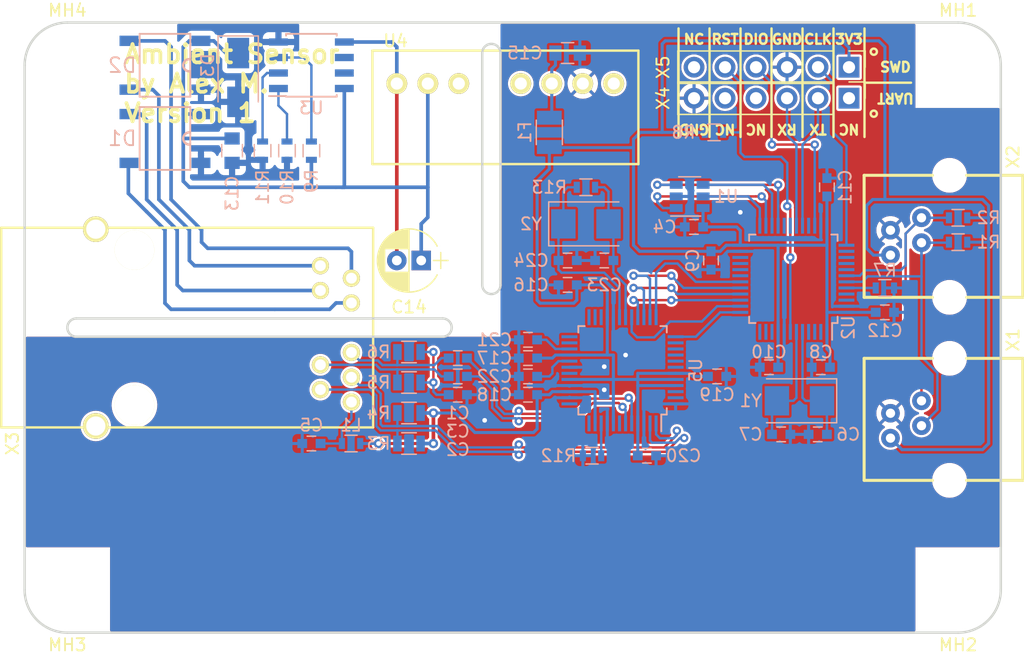
<source format=kicad_pcb>
(kicad_pcb (version 20221018) (generator pcbnew)
  (title_block (title "PoE Ambient Sensor") (date "2018-11-24") (rev "1") (company "Alex M."))
  (layers (0 "F.Cu" signal) (31 "B.Cu" signal) (34 "B.Paste" user) (35 "F.Paste" user) (36 "B.SilkS" user "B.Silkscreen") (37 "F.SilkS" user "F.Silkscreen") (38 "B.Mask" user) (39 "F.Mask" user) (44 "Edge.Cuts" user))
  (net 0 "")
  (net 1 "/W5500 Ethernet Interface/RXIN")
  (net 2 "GND")
  (net 3 "Net-(C2-Pad1)")
  (net 4 "/W5500 Ethernet Interface/RXIP")
  (net 5 "+3V3")
  (net 6 "Net-(C5-Pad1)")
  (net 7 "Net-(C6-Pad1)")
  (net 8 "Net-(C7-Pad1)")
  (net 9 "/PoE PD Interface/P")
  (net 10 "/PoE PD Interface/N")
  (net 11 "/PoE PD Interface/3.3V")
  (net 12 "/W5500 Ethernet Interface/1V2O")
  (net 13 "/W5500 Ethernet Interface/XCAP")
  (net 14 "/W5500 Ethernet Interface/XO")
  (net 15 "/W5500 Ethernet Interface/XI")
  (net 16 "/PoE PD Interface/VC12")
  (net 17 "/PoE PD Interface/VC36")
  (net 18 "/PoE PD Interface/VC45")
  (net 19 "/PoE PD Interface/VC78")
  (net 20 "I2C1_SDA")
  (net 21 "I2C1_SCL")
  (net 22 "/W5500 Ethernet Interface/TXOP")
  (net 23 "/W5500 Ethernet Interface/TXON")
  (net 24 "Net-(R7-Pad2)")
  (net 25 "NRST")
  (net 26 "Net-(R9-Pad1)")
  (net 27 "Net-(R10-Pad2)")
  (net 28 "Net-(R11-Pad2)")
  (net 29 "/W5500 Ethernet Interface/XRES")
  (net 30 "SPI1_MISO")
  (net 31 "SP1_MOSI")
  (net 32 "SPI1_SCK")
  (net 33 "Net-(C14-Pad2)")
  (net 34 "WIZ_RST")
  (net 35 "USART1_TX")
  (net 36 "USART1_RX")
  (net 37 "SYS_SWDIO")
  (net 38 "SYS_SWCLK")
  (net 39 "/CRXIN")
  (net 40 "/CRXIP")
  (net 41 "SPI2_NSS")
  (net 42 "SPI2_MISO")
  (net 43 "SPI2_MOSI")
  (net 44 "SPI2_SCK")
  (net 45 "WIZ_INT")
  (net 46 "SPI1_NSS")
  (footprint "Mounting_Holes:MountingHole_3.2mm_M3" (layer "F.Cu") (at 171.5 73.5)
    (fp_text reference "MH1")
    (fp_text value "MountingHole")
  )
  (footprint "Mounting_Holes:MountingHole_3.2mm_M3" (layer "F.Cu") (at 171.5 116.5 180)
    (fp_text reference "MH2")
    (fp_text value "MountingHole")
  )
  (footprint "Mounting_Holes:MountingHole_3.2mm_M3" (layer "F.Cu") (at 98.5 73.5)
    (fp_text reference "MH4")
    (fp_text value "MountingHole")
  )
  (footprint "Pin_Headers:Pin_Header_Straight_1x06_Pitch2.54mm" (layer "F.Cu") (at 162.56 76.2 -90)
    (fp_text reference "X4")
    (fp_text value "USART")
  )
  (footprint "Pin_Headers:Pin_Header_Straight_1x06_Pitch2.54mm" (layer "F.Cu") (at 162.56 73.66 -90)
    (fp_text reference "X5")
    (fp_text value "JTAG")
  )
  (footprint "Capacitors_THT:CP_Radial_D5.0mm_P2.00mm" (layer "F.Cu") (at 127.5 89.5 180)
    (fp_text reference "C14")
    (fp_text value "22u")
  )
  (footprint "AlexComponents:0813-1X1T-57-F_RJ45-Jack" (layer "F.Cu") (at 104 95 90)
    (fp_text reference "X3")
    (fp_text value "0813-1X1T-57-F")
  )
  (footprint "Mounting_Holes:MountingHole_3.2mm_M3" (layer "F.Cu") (at 98.5 116.5 180)
    (fp_text reference "MH3")
    (fp_text value "MountingHole")
  )
  (footprint "AlexComponents:E5544-60LU22-L" (layer "F.Cu") (at 168.5 101 90)
    (fp_text reference "X1")
    (fp_text value "4P4C")
  )
  (footprint "AlexComponents:E5544-60LU22-L" (layer "F.Cu") (at 168.5 86 90)
    (fp_text reference "X2")
    (fp_text value "4P4C")
  )
  (footprint "AlexComponents:PG02S" (layer "F.Cu") (at 125.5 75)
    (fp_text reference "U4")
    (fp_text value "PG02S4803A")
  )
  (footprint "Capacitors_SMD:C_0603" (layer "B.Cu") (at 130.5 97.5 180)
    (fp_text reference "C1")
    (fp_text value "10n")
  )
  (footprint "Capacitors_SMD:C_0603" (layer "B.Cu") (at 130.5 99 180)
    (fp_text reference "C3")
    (fp_text value "10n")
  )
  (footprint "Capacitors_SMD:C_0603" (layer "B.Cu") (at 118.5 104.5 180)
    (fp_text reference "C5")
    (fp_text value "100n")
  )
  (footprint "Capacitors_SMD:C_0603" (layer "B.Cu") (at 160 103.75 180)
    (fp_text reference "C6")
    (fp_text value "18p")
  )
  (footprint "Capacitors_SMD:C_0603" (layer "B.Cu") (at 157 103.75)
    (fp_text reference "C7")
    (fp_text value "18p")
  )
  (footprint "Capacitors_SMD:C_0603" (layer "B.Cu") (at 160.25 98.25 180)
    (fp_text reference "C8")
    (fp_text value "100n")
  )
  (footprint "Capacitors_SMD:C_0603" (layer "B.Cu") (at 151.25 89.5 -90)
    (fp_text reference "C9")
    (fp_text value "100n")
  )
  (footprint "Capacitors_SMD:C_0603" (layer "B.Cu") (at 156 98.25 180)
    (fp_text reference "C10")
    (fp_text value "100n")
  )
  (footprint "Capacitors_SMD:C_0603" (layer "B.Cu") (at 160.75 83.5 90)
    (fp_text reference "C11")
    (fp_text value "100n")
  )
  (footprint "Capacitors_SMD:C_0603" (layer "B.Cu") (at 165.5 93.75)
    (fp_text reference "C12")
    (fp_text value "100n")
  )
  (footprint "Capacitors_SMD:C_0805" (layer "B.Cu") (at 112 80.5 -90)
    (fp_text reference "C13")
    (fp_text value "100n")
  )
  (footprint "Capacitors_SMD:C_0805" (layer "B.Cu") (at 139.5 72.5)
    (fp_text reference "C15")
    (fp_text value "10u")
  )
  (footprint "Capacitors_SMD:C_0603" (layer "B.Cu") (at 139.5 91.5 180)
    (fp_text reference "C16")
    (fp_text value "100n")
  )
  (footprint "Capacitors_SMD:C_0603" (layer "B.Cu") (at 136.25 97.5 180)
    (fp_text reference "C17")
    (fp_text value "100n")
  )
  (footprint "Capacitors_SMD:C_0603" (layer "B.Cu") (at 136.25 100.5 180)
    (fp_text reference "C18")
    (fp_text value "100n")
  )
  (footprint "Capacitors_SMD:C_0603" (layer "B.Cu") (at 151.75 99)
    (fp_text reference "C19")
    (fp_text value "100n")
  )
  (footprint "Capacitors_SMD:C_0603" (layer "B.Cu") (at 146 105.5)
    (fp_text reference "C20")
    (fp_text value "100n")
  )
  (footprint "Capacitors_SMD:C_0603" (layer "B.Cu") (at 136.25 96 180)
    (fp_text reference "C21")
    (fp_text value "10n")
  )
  (footprint "Capacitors_SMD:C_0603" (layer "B.Cu") (at 136.25 99 180)
    (fp_text reference "C22")
    (fp_text value "4.7u")
  )
  (footprint "Capacitors_SMD:C_0603" (layer "B.Cu") (at 142.5 89.5 180)
    (fp_text reference "C23")
    (fp_text value "18p")
  )
  (footprint "Capacitors_SMD:C_0603" (layer "B.Cu") (at 139.5 89.5)
    (fp_text reference "C24")
    (fp_text value "18p")
  )
  (footprint "AlexComponents:Micro-DIP-4" (layer "B.Cu") (at 106.5 79.5 -90)
    (fp_text reference "D1")
    (fp_text value "MDB6S")
  )
  (footprint "AlexComponents:Micro-DIP-4" (layer "B.Cu") (at 106.5 73.5 -90)
    (fp_text reference "D2")
    (fp_text value "MDB6S")
  )
  (footprint "Diodes_SMD:D_SMA" (layer "B.Cu") (at 112.5 74.5 -90)
    (fp_text reference "D3")
    (fp_text value "SMAJ58A")
  )
  (footprint "Fuse_Holders_and_Fuses:Fuse_SMD1206_Reflow" (layer "B.Cu") (at 138 79 -90)
    (fp_text reference "F1")
    (fp_text value "500m")
  )
  (footprint "Inductors_SMD:L_0603" (layer "B.Cu") (at 121.75 104.5 180)
    (fp_text reference "L1")
    (fp_text value "1u")
  )
  (footprint "Resistors_SMD:R_0603" (layer "B.Cu") (at 171.5 88 180)
    (fp_text reference "R1")
    (fp_text value "4.7k")
  )
  (footprint "Resistors_SMD:R_0603" (layer "B.Cu") (at 171.5 86 180)
    (fp_text reference "R2")
    (fp_text value "4.7k")
  )
  (footprint "Resistors_SMD:R_0805" (layer "B.Cu") (at 126.5 104.5 180)
    (fp_text reference "R3")
    (fp_text value "49.9")
  )
  (footprint "Resistors_SMD:R_0805" (layer "B.Cu") (at 126.5 102 180)
    (fp_text reference "R4")
    (fp_text value "49.9")
  )
  (footprint "Resistors_SMD:R_0805" (layer "B.Cu") (at 126.5 99.5 180)
    (fp_text reference "R5")
    (fp_text value "49.9")
  )
  (footprint "Resistors_SMD:R_0805" (layer "B.Cu") (at 126.5 97 180)
    (fp_text reference "R6")
    (fp_text value "49.9")
  )
  (footprint "Resistors_SMD:R_0603" (layer "B.Cu") (at 165.5 91.75 180)
    (fp_text reference "R7")
    (fp_text value "4.7k")
  )
  (footprint "Resistors_SMD:R_0603" (layer "B.Cu") (at 151.5 79)
    (fp_text reference "R8")
    (fp_text value "4.7k")
  )
  (footprint "Resistors_SMD:R_0603" (layer "B.Cu") (at 118.5 80.5 -90)
    (fp_text reference "R9")
    (fp_text value "24.9k")
  )
  (footprint "Resistors_SMD:R_0603" (layer "B.Cu") (at 116.5 80.5 90)
    (fp_text reference "R10")
    (fp_text value "178k")
  )
  (footprint "Resistors_SMD:R_0603" (layer "B.Cu") (at 114.5 80.5 90)
    (fp_text reference "R11")
    (fp_text value "4420")
  )
  (footprint "Resistors_SMD:R_0603" (layer "B.Cu") (at 141.5 105.5 180)
    (fp_text reference "R12")
    (fp_text value "12.4k")
  )
  (footprint "Resistors_SMD:R_0603" (layer "B.Cu") (at 141 83.5)
    (fp_text reference "R13")
    (fp_text value "1M")
  )
  (footprint "Housings_SOIC:SOIC-8_3.9x4.9mm_Pitch1.27mm" (layer "B.Cu") (at 118.5 73.5)
    (fp_text reference "U3")
    (fp_text value "NCP1090")
  )
  (footprint "Crystals:Crystal_SMD_5032-2pin_5.0x3.2mm" (layer "B.Cu") (at 158.5 101 180)
    (fp_text reference "Y1")
    (fp_text value "8M")
  )
  (footprint "Crystals:Crystal_SMD_5032-2pin_5.0x3.2mm" (layer "B.Cu") (at 141 86.5)
    (fp_text reference "Y2")
    (fp_text value "25MHz")
  )
  (footprint "Housings_QFP:LQFP-48_7x7mm_Pitch0.5mm" (layer "B.Cu") (at 158 91 90)
    (fp_text reference "U2")
    (fp_text value "STM32F070CBTx")
  )
  (footprint "Capacitors_SMD:C_0603" (layer "B.Cu") (at 130.5 100.5)
    (fp_text reference "C2")
    (fp_text value "100n")
  )
  (footprint "Housings_QFP:LQFP-48_7x7mm_Pitch0.5mm" (layer "B.Cu") (at 144 98.5 90)
    (fp_text reference "U5")
    (fp_text value "W5500")
  )
  (footprint "TO_SOT_Packages_SMD:SOT-23-6" (layer "B.Cu") (at 149.5 84.25)
    (fp_text reference "U1")
    (fp_text value "25AA02E48T-I_OT")
  )
  (footprint "Capacitors_SMD:C_0603" (layer "B.Cu") (at 149.85 86.75 180)
    (fp_text reference "C4")
    (fp_text value "100n")
  )
  (gr_line (start 163.83 79.375) (end 163.83 70.485) (stroke (width 0.2)) (layer "F.SilkS"))
  (gr_line (start 153.67 79.375) (end 153.67 70.485) (stroke (width 0.2)) (layer "F.SilkS"))
  (gr_circle (center 164.592 72.39) (end 164.846 72.39) (stroke (width 0.2)) (fill none) (layer "F.SilkS"))
  (gr_circle (center 164.592 77.47) (end 164.846 77.47) (stroke (width 0.2)) (fill none) (layer "F.SilkS"))
  (gr_line (start 151.13 79.375) (end 151.13 70.485) (stroke (width 0.2)) (layer "F.SilkS"))
  (gr_line (start 156.21 79.375) (end 156.21 70.485) (stroke (width 0.2)) (layer "F.SilkS"))
  (gr_line (start 163.83 74.93) (end 167.64 74.93) (stroke (width 0.2)) (layer "F.SilkS"))
  (gr_line (start 158.75 79.375) (end 158.75 70.485) (stroke (width 0.2)) (layer "F.SilkS"))
  (gr_line (start 161.29 79.375) (end 161.29 70.485) (stroke (width 0.2)) (layer "F.SilkS"))
  (gr_line (start 148.59 70.485) (end 148.59 79.375) (stroke (width 0.2)) (layer "F.SilkS"))
  (gr_arc (start 129.25 94.25) (mid 130 95) (end 129.25 95.75) (stroke (width 0.2)) (layer "Edge.Cuts"))
  (gr_line (start 95 73.5) (end 95 116.5) (stroke (width 0.2)) (layer "Edge.Cuts"))
  (gr_line (start 132.5 91.5) (end 132.5 72.5) (stroke (width 0.2)) (layer "Edge.Cuts"))
  (gr_arc (start 132.5 72.5) (mid 133.25 71.75) (end 134 72.5) (stroke (width 0.2)) (layer "Edge.Cuts"))
  (gr_arc (start 175 116.5) (mid 173.974874 118.974874) (end 171.5 120) (stroke (width 0.2)) (layer "Edge.Cuts"))
  (gr_arc (start 134 91.5) (mid 133.25 92.25) (end 132.5 91.5) (stroke (width 0.2)) (layer "Edge.Cuts"))
  (gr_line (start 175 116.5) (end 175 73.5) (stroke (width 0.2)) (layer "Edge.Cuts"))
  (gr_arc (start 98.5 120) (mid 96.025126 118.974874) (end 95 116.5) (stroke (width 0.2)) (layer "Edge.Cuts"))
  (gr_line (start 129.25 94.25) (end 99.25 94.25) (stroke (width 0.2)) (layer "Edge.Cuts"))
  (gr_line (start 171.5 70) (end 98.5 70) (stroke (width 0.2)) (layer "Edge.Cuts"))
  (gr_line (start 99.25 95.75) (end 129.25 95.75) (stroke (width 0.2)) (layer "Edge.Cuts"))
  (gr_arc (start 99.25 95.75) (mid 98.5 95) (end 99.25 94.25) (stroke (width 0.2)) (layer "Edge.Cuts"))
  (gr_line (start 134 72.5) (end 134 91.5) (stroke (width 0.2)) (layer "Edge.Cuts"))
  (gr_arc (start 95 73.5) (mid 96.025126 71.025126) (end 98.5 70) (stroke (width 0.2)) (layer "Edge.Cuts"))
  (gr_arc (start 171.5 70) (mid 173.974874 71.025126) (end 175 73.5) (stroke (width 0.2)) (layer "Edge.Cuts"))
  (gr_line (start 98.5 120) (end 171.5 120) (stroke (width 0.2)) (layer "Edge.Cuts"))
  (gr_text "SWD" (at 166.37 73.66) (layer "F.SilkS") (effects (font (size 0.8 0.8) (thickness 0.2))))
  (gr_text "UART" (at 166.37 76.2 180) (layer "F.SilkS") (effects (font (size 0.8 0.8) (thickness 0.2))))
  (gr_text "RST" (at 152.4 71.374) (layer "F.SilkS") (effects (font (size 0.8 0.8) (thickness 0.2))))
  (gr_text "DIO" (at 154.94 71.374) (layer "F.SilkS") (effects (font (size 0.8 0.8) (thickness 0.2))))
  (gr_text "NC" (at 154.94 78.74 180) (layer "F.SilkS") (effects (font (size 0.8 0.8) (thickness 0.2))))
  (gr_text "GND" (at 149.86 78.74 180) (layer "F.SilkS") (effects (font (size 0.8 0.8) (thickness 0.2))))
  (gr_text "NC" (at 162.56 78.74 180) (layer "F.SilkS") (effects (font (size 0.8 0.8) (thickness 0.2))))
  (gr_text "Ambient Sensor\nby Alex M.\nVersion 1\n" (at 103 75) (layer "F.SilkS") (effects (font (size 1.5 1.5) (thickness 0.3)) (justify left)))
  (gr_text "RX" (at 157.48 78.74 180) (layer "F.SilkS") (effects (font (size 0.8 0.8) (thickness 0.2))))
  (gr_text "NC" (at 149.86 71.374) (layer "F.SilkS") (effects (font (size 0.8 0.8) (thickness 0.2))))
  (gr_text "TX" (at 160.02 78.74 180) (layer "F.SilkS") (effects (font (size 0.8 0.8) (thickness 0.2))))
  (gr_text "3V3" (at 162.56 71.374) (layer "F.SilkS") (effects (font (size 0.8 0.8) (thickness 0.2))))
  (gr_text "CLK" (at 160.02 71.374) (layer "F.SilkS") (effects (font (size 0.8 0.8) (thickness 0.2))))
  (gr_text "NC" (at 152.4 78.74 180) (layer "F.SilkS") (effects (font (size 0.8 0.8) (thickness 0.2))))
  (gr_text "GND" (at 157.48 71.374) (layer "F.SilkS") (effects (font (size 0.8 0.8) (thickness 0.2))))
  (segment (start 144.43 100.82) (end 144.5 100.75) (width 0.2) (layer "F.Cu") (net 1))
  (segment (start 135.5 101.8271) (end 135.7429 102.07) (width 0.2) (layer "F.Cu") (net 1))
  (segment (start 135.7429 102.07) (end 140.17544 102.07) (width 0.2) (layer "F.Cu") (net 1))
  (segment (start 143 100.82) (end 144.43 100.82) (width 0.2) (layer "F.Cu") (net 1))
  (segment (start 141.42544 100.82) (end 143 100.82) (width 0.2) (layer "F.Cu") (net 1))
  (segment (start 140.17544 102.07) (end 141.42544 100.82) (width 0.2) (layer "F.Cu") (net 1))
  (via (at 144.5 100.75) (size 0.6858) (drill 0.3302) (layers "F.Cu" "B.Cu") (net 1))
  (via (at 135.5 101.8271) (size 0.6858) (drill 0.3302) (layers "F.Cu" "B.Cu") (net 1))
  (segment (start 144.5 100.75) (end 144.75 101) (width 0.2) (layer "B.Cu") (net 1))
  (segment (start 144.75 102.85) (end 144.75 101) (width 0.2) (layer "B.Cu") (net 1))
  (segment (start 133.68 99.93) (end 133.68 101.42544) (width 0.2) (layer "B.Cu") (net 1))
  (segment (start 133.68 101.42544) (end 134.32456 102.07) (width 0.2) (layer "B.Cu") (net 1))
  (segment (start 133.68 99.93) (end 131.25 97.5) (width 0.2) (layer "B.Cu") (net 1))
  (segment (start 134.32456 102.07) (end 135.2571 102.07) (width 0.2) (layer "B.Cu") (net 1))
  (segment (start 135.2571 102.07) (end 135.5 101.8271) (width 0.2) (layer "B.Cu") (net 1))
  (via (at 142.5 100.1) (size 0.762) (drill 0.381) (layers "F.Cu" "B.Cu") (net 2))
  (via (at 153.65 85.55) (size 0.762) (drill 0.381) (layers "F.Cu" "B.Cu") (net 2))
  (via (at 142.5 98.2) (size 0.762) (drill 0.381) (layers "F.Cu" "B.Cu") (net 2))
  (via (at 132.7 102.6) (size 0.762) (drill 0.381) (layers "F.Cu" "B.Cu") (net 2))
  (via (at 144.25 97.25) (size 0.762) (drill 0.381) (layers "F.Cu" "B.Cu") (net 2))
  (segment (start 143.25 96.25) (end 144.25 97.25) (width 0.25) (layer "B.Cu") (net 2))
  (segment (start 152.622268 88.75) (end 152.436134 88.936134) (width 0.25) (layer "B.Cu") (net 2))
  (segment (start 131.25 100.5) (end 131.275 100.5) (width 0.25) (layer "B.Cu") (net 2))
  (segment (start 143.25 94.15) (end 143.25 96.25) (width 0.25) (layer "B.Cu") (net 2))
  (segment (start 131.275 100.5) (end 131.375 100.6) (width 0.25) (layer "B.Cu") (net 2))
  (segment (start 153.65 88.75) (end 152.622268 88.75) (width 0.25) (layer "B.Cu") (net 2))
  (segment (start 128.5 99.5) (end 128.5 97) (width 0.2) (layer "F.Cu") (net 3))
  (via (at 128.5 99.5) (size 0.6858) (drill 0.3302) (layers "F.Cu" "B.Cu") (net 3))
  (via (at 128.5 97) (size 0.6858) (drill 0.3302) (layers "F.Cu" "B.Cu") (net 3))
  (segment (start 128.5 97) (end 127.45 97) (width 0.2) (layer "B.Cu") (net 3))
  (segment (start 128.75 100.5) (end 128.5 100.25) (width 0.2) (layer "B.Cu") (net 3))
  (segment (start 128.5 100.25) (end 128.5 99.5) (width 0.2) (layer "B.Cu") (net 3))
  (segment (start 127.45 99.5) (end 128.25 99.5) (width 0.2) (layer "B.Cu") (net 3))
  (segment (start 129.75 100.5) (end 128.75 100.5) (width 0.2) (layer "B.Cu") (net 3))
  (segment (start 128.25 99.5) (end 128.5 99.5) (width 0.2) (layer "B.Cu") (net 3))
  (segment (start 143.68 101.18) (end 144 101.5) (width 0.2) (layer "F.Cu") (net 4))
  (segment (start 143 101.18) (end 143.68 101.18) (width 0.2) (layer "F.Cu") (net 4))
  (segment (start 135.5 102.6729) (end 135.7429 102.43) (width 0.2) (layer "F.Cu") (net 4))
  (segment (start 135.7429 102.43) (end 140.32456 102.43) (width 0.2) (layer "F.Cu") (net 4))
  (segment (start 141.57456 101.18) (end 143 101.18) (width 0.2) (layer "F.Cu") (net 4))
  (segment (start 140.32456 102.43) (end 141.57456 101.18) (width 0.2) (layer "F.Cu") (net 4))
  (via (at 135.5 102.6729) (size 0.6858) (drill 0.3302) (layers "F.Cu" "B.Cu") (net 4))
  (via (at 144 101.5) (size 0.6858) (drill 0.3302) (layers "F.Cu" "B.Cu") (net 4))
  (segment (start 144 101.5) (end 144.25 101.75) (width 0.2) (layer "B.Cu") (net 4))
  (segment (start 144.25 102.85) (end 144.25 101.75) (width 0.2) (layer "B.Cu") (net 4))
  (segment (start 132.240883 99) (end 133.32 100.079117) (width 0.2) (layer "B.Cu") (net 4))
  (segment (start 134.17544 102.43) (end 135.2571 102.43) (width 0.2) (layer "B.Cu") (net 4))
  (segment (start 133.32 100.079117) (end 133.32 101.57456) (width 0.2) (layer "B.Cu") (net 4))
  (segment (start 135.2571 102.43) (end 135.5 102.6729) (width 0.2) (layer "B.Cu") (net 4))
  (segment (start 132.240883 99) (end 131.25 99) (width 0.2) (layer "B.Cu") (net 4))
  (segment (start 133.32 101.57456) (end 134.17544 102.43) (width 0.2) (layer "B.Cu") (net 4))
  (segment (start 128.5 102) (end 128.5 104.5) (width 0.3) (layer "F.Cu") (net 5))
  (segment (start 124 104.5) (end 128.5 104.5) (width 0.25) (layer "F.Cu") (net 5))
  (via (at 128.5 102) (size 0.762) (drill 0.381) (layers "F.Cu" "B.Cu") (net 5))
  (via (at 128.5 104.5) (size 0.762) (drill 0.381) (layers "F.Cu" "B.Cu") (net 5))
  (via (at 124 104.5) (size 0.762) (drill 0.381) (layers "F.Cu" "B.Cu") (net 5))
  (segment (start 128.5 104.5) (end 127.45 104.5) (width 0.3) (layer "B.Cu") (net 5))
  (segment (start 138.5 97.25) (end 138.25 97.5) (width 0.25) (layer "B.Cu") (net 5))
  (segment (start 138.25 97.5) (end 137 97.5) (width 0.25) (layer "B.Cu") (net 5))
  (segment (start 138.25 100.25) (end 138 100.5) (width 0.25) (layer "B.Cu") (net 5))
  (segment (start 138 100.5) (end 137 100.5) (width 0.25) (layer "B.Cu") (net 5))
  (segment (start 142.75 97.25) (end 141.75 97.25) (width 0.25) (layer "B.Cu") (net 5))
  (segment (start 141.75 97.25) (end 141 97.25) (width 0.25) (layer "B.Cu") (net 5))
  (segment (start 145.25 99.75) (end 145.25 100.25) (width 0.25) (layer "B.Cu") (net 5))
  (segment (start 145.25 98.75) (end 145.25 99.25) (width 0.25) (layer "B.Cu") (net 5))
  (segment (start 145.25 99.25) (end 145.25 99.75) (width 0.25) (layer "B.Cu") (net 5))
  (segment (start 143.25 97.25) (end 142.75 97.25) (width 0.25) (layer "B.Cu") (net 5))
  (segment (start 142.75 92) (end 142.25 91.5) (width 0.25) (layer "B.Cu") (net 5))
  (segment (start 142.25 91.5) (end 140.25 91.5) (width 0.25) (layer "B.Cu") (net 5))
  (segment (start 149.5 98.75) (end 149.75 99) (width 0.25) (layer "B.Cu") (net 5))
  (segment (start 149.75 99) (end 151 99) (width 0.25) (layer "B.Cu") (net 5))
  (segment (start 162.56 72.06) (end 162 71.5) (width 0.25) (layer "B.Cu") (net 5))
  (segment (start 147.25 71.75) (end 147.5 71.5) (width 0.25) (layer "B.Cu") (net 5))
  (segment (start 147.5 71.5) (end 162 71.5) (width 0.25) (layer "B.Cu") (net 5))
  (segment (start 138.95 80.2) (end 139 80.25) (width 0.25) (layer "B.Cu") (net 5))
  (segment (start 140.25 92.75) (end 140 93) (width 0.25) (layer "B.Cu") (net 5))
  (segment (start 140 93) (end 137.25 93) (width 0.25) (layer "B.Cu") (net 5))
  (segment (start 137.25 93) (end 137 92.75) (width 0.25) (layer "B.Cu") (net 5))
  (segment (start 137 92.75) (end 137 83) (width 0.25) (layer "B.Cu") (net 5))
  (segment (start 137 83) (end 138 82) (width 0.25) (layer "B.Cu") (net 5))
  (segment (start 138 82) (end 138 80.2) (width 0.25) (layer "B.Cu") (net 5))
  (segment (start 160.75 88.25) (end 160.75 86.65) (width 0.25) (layer "B.Cu") (net 5))
  (segment (start 160.75 93.75) (end 160.75 95.35) (width 0.25) (layer "B.Cu") (net 5))
  (segment (start 156.75 88.25) (end 160.75 88.25) (width 0.25) (layer "B.Cu") (net 5))
  (segment (start 152.5 88.25) (end 152 88.75) (width 0.25) (layer "B.Cu") (net 5))
  (segment (start 152 88.75) (end 151.25 88.75) (width 0.25) (layer "B.Cu") (net 5))
  (segment (start 160.75 96.75) (end 161 97) (width 0.25) (layer "B.Cu") (net 5))
  (segment (start 161 97) (end 161 98.25) (width 0.25) (layer "B.Cu") (net 5))
  (segment (start 143.25 99.25) (end 143.25 98.75) (width 0.25) (layer "B.Cu") (net 5))
  (segment (start 150.6 85.2) (end 150.6 86.75) (width 0.25) (layer "B.Cu") (net 5))
  (segment (start 142.75 94.15) (end 142.75 97.25) (width 0.25) (layer "B.Cu") (net 5))
  (segment (start 153.65 87.05) (end 153.65 88.25) (width 0.25) (layer "B.Cu") (net 5))
  (segment (start 139.65 99.25) (end 141.75 99.25) (width 0.25) (layer "B.Cu") (net 5))
  (segment (start 147.25 71.75) (end 147.25 79) (width 0.25) (layer "B.Cu") (net 5))
  (segment (start 141 97.25) (end 139.65 97.25) (width 0.25) (layer "B.Cu") (net 5))
  (segment (start 160.75 93.75) (end 160.75 88.25) (width 0.25) (layer "B.Cu") (net 5))
  (segment (start 164.56 89.06) (end 165.96 89.06) (width 0.25) (layer "B.Cu") (net 5))
  (segment (start 148.35 99.25) (end 145.25 99.25) (width 0.25) (layer "B.Cu") (net 5))
  (segment (start 137 103.3) (end 136.7 103.6) (width 0.25) (layer "B.Cu") (net 5))
  (segment (start 166.9 105) (end 165.96 104.06) (width 0.25) (layer "B.Cu") (net 5))
  (segment (start 165.5 82) (end 165.5 84.5) (width 0.25) (layer "B.Cu") (net 5))
  (segment (start 145.4 88.75) (end 144.9 88.25) (width 0.25) (layer "B.Cu") (net 5))
  (segment (start 148.35 98.75) (end 145.25 98.75) (width 0.25) (layer "B.Cu") (net 5))
  (segment (start 173.5 84.5) (end 174 85) (width 0.25) (layer "B.Cu") (net 5))
  (segment (start 165.5 84.5) (end 173.5 84.5) (width 0.25) (layer "B.Cu") (net 5))
  (segment (start 139.65 100.25) (end 141.75 100.25) (width 0.25) (layer "B.Cu") (net 5))
  (segment (start 140.25 91.5) (end 140.25 92.75) (width 0.25) (layer "B.Cu") (net 5))
  (segment (start 164 88.5) (end 164.56 89.06) (width 0.25) (layer "B.Cu") (net 5))
  (segment (start 138 80.2) (end 138.95 80.2) (width 0.25) (layer "B.Cu") (net 5))
  (segment (start 172.25 86) (end 174 86) (width 0.25) (layer "B.Cu") (net 5))
  (segment (start 174 104.5) (end 173.5 105) (width 0.25) (layer "B.Cu") (net 5))
  (segment (start 145.25 102.85) (end 145.25 105.5) (width 0.25) (layer "B.Cu") (net 5))
  (segment (start 153.65 88.25) (end 156.75 88.25) (width 0.25) (layer "B.Cu") (net 5))
  (segment (start 137 100.5) (end 137 103.3) (width 0.25) (layer "B.Cu") (net 5))
  (segment (start 143.25 98.75) (end 143.25 97.25) (width 0.25) (layer "B.Cu") (net 5))
  (segment (start 136.7 103.6) (end 131.9 103.6) (width 0.25) (layer "B.Cu") (net 5))
  (segment (start 162 71.5) (end 165 71.5) (width 0.25) (layer "B.Cu") (net 5))
  (segment (start 173.5 105) (end 166.9 105) (width 0.25) (layer "B.Cu") (net 5))
  (segment (start 144.9 83.126306) (end 144.9 80.25) (width 0.25) (layer "B.Cu") (net 5))
  (segment (start 127.45 102) (end 128.5 102) (width 0.3) (layer "B.Cu") (net 5))
  (segment (start 142.75 94.15) (end 142.75 92) (width 0.25) (layer "B.Cu") (net 5))
  (segment (start 139.65 100.25) (end 138.25 100.25) (width 0.25) (layer "B.Cu") (net 5))
  (segment (start 122.5 104.5) (end 124 104.5) (width 0.25) (layer "B.Cu") (net 5))
  (segment (start 148.35 98.75) (end 149.5 98.75) (width 0.25) (layer "B.Cu") (net 5))
  (segment (start 150.6 86.75) (end 153.35 86.75) (width 0.25) (layer "B.Cu") (net 5))
  (segment (start 174 85) (end 174 86) (width 0.25) (layer "B.Cu") (net 5))
  (segment (start 131.9 103.6) (end 130.3 102) (width 0.25) (layer "B.Cu") (net 5))
  (segment (start 141.75 99.25) (end 143.25 99.25) (width 0.25) (layer "B.Cu") (net 5))
  (segment (start 145.45 79) (end 144.9 79.55) (width 0.25) (layer "B.Cu") (net 5))
  (segment (start 150.25 79) (end 147.25 79) (width 0.25) (layer "B.Cu") (net 5))
  (segment (start 153.35 86.75) (end 153.65 87.05) (width 0.25) (layer "B.Cu") (net 5))
  (segment (start 141.75 101.2) (end 143.25 101.2) (width 0.25) (layer "B.Cu") (net 5))
  (segment (start 151.25 88.75) (end 149.45 88.75) (width 0.25) (layer "B.Cu") (net 5))
  (segment (start 174 88) (end 174 104.5) (width 0.25) (layer "B.Cu") (net 5))
  (segment (start 145.25 99.25) (end 143.25 99.25) (width 0.25) (layer "B.Cu") (net 5))
  (segment (start 143.25 100.25) (end 143.25 99.25) (width 0.25) (layer "B.Cu") (net 5))
  (segment (start 130.3 102) (end 128.5 102) (width 0.25) (layer "B.Cu") (net 5))
  (segment (start 174 86) (end 174 88) (width 0.25) (layer "B.Cu") (net 5))
  (segment (start 164.5 84.5) (end 164 85) (width 0.25) (layer "B.Cu") (net 5))
  (segment (start 172.25 88) (end 174 88) (width 0.25) (layer "B.Cu") (net 5))
  (segment (start 144.9 88.25) (end 144.9 83.126306) (width 0.25) (layer "B.Cu") (net 5))
  (segment (start 144.9 79.55) (end 144.9 80.25) (width 0.25) (layer "B.Cu") (net 5))
  (segment (start 139 80.25) (end 144.9 80.25) (width 0.25) (layer "B.Cu") (net 5))
  (segment (start 143.25 101.2) (end 143.25 100.25) (width 0.25) (layer "B.Cu") (net 5))
  (segment (start 156.75 95.35) (end 156.75 88.25) (width 0.25) (layer "B.Cu") (net 5))
  (segment (start 149.45 88.75) (end 145.4 88.75) (width 0.25) (layer "B.Cu") (net 5))
  (segment (start 150.75 79) (end 150.25 79) (width 0.25) (layer "B.Cu") (net 5))
  (segment (start 143.25 102.85) (end 143.25 101.2) (width 0.25) (layer "B.Cu") (net 5))
  (segment (start 165.5 84.5) (end 164.5 84.5) (width 0.25) (layer "B.Cu") (net 5))
  (segment (start 153.65 88.25) (end 152.5 88.25) (width 0.25) (layer "B.Cu") (net 5))
  (segment (start 165 71.5) (end 165.5 72) (width 0.25) (layer "B.Cu") (net 5))
  (segment (start 160.75 95.35) (end 160.75 96.75) (width 0.25) (layer "B.Cu") (net 5))
  (segment (start 141.75 102.85) (end 141.75 101.2) (width 0.25) (layer "B.Cu") (net 5))
  (segment (start 162.35 93.75) (end 164.75 93.75) (width 0.25) (layer "B.Cu") (net 5))
  (segment (start 139.65 97.25) (end 138.5 97.25) (width 0.25) (layer "B.Cu") (net 5))
  (segment (start 162.56 73.66) (end 162.56 72.06) (width 0.25) (layer "B.Cu") (net 5))
  (segment (start 145.25 102.85) (end 145.25 100.25) (width 0.25) (layer "B.Cu") (net 5))
  (segment (start 162.35 93.75) (end 160.75 93.75) (width 0.25) (layer "B.Cu") (net 5))
  (segment (start 156.75 95.35) (end 156.75 98.25) (width 0.25) (layer "B.Cu") (net 5))
  (segment (start 141.75 100.25) (end 141.75 101.2) (width 0.25) (layer "B.Cu") (net 5))
  (segment (start 165.5 72) (end 165.5 82) (width 0.25) (layer "B.Cu") (net 5))
  (segment (start 147.25 79) (end 145.45 79) (width 0.25) (layer "B.Cu") (net 5))
  (segment (start 148.35 99.75) (end 145.25 99.75) (width 0.25) (layer "B.Cu") (net 5))
  (segment (start 164 85) (end 164 88.5) (width 0.25) (layer "B.Cu") (net 5))
  (segment (start 160.75 86.65) (end 160.75 84.25) (width 0.25) (layer "B.Cu") (net 5))
  (segment (start 121 103.25) (end 121.78 102.47) (width 0.2) (layer "B.Cu") (net 6))
  (segment (start 121.78 102.47) (end 121.78 101.1) (width 0.2) (layer "B.Cu") (net 6))
  (segment (start 121 104.5) (end 119.25 104.5) (width 0.2) (layer "B.Cu") (net 6))
  (segment (start 121 104.5) (end 121 103.25) (width 0.2) (layer "B.Cu") (net 6))
  (segment (start 158.75 100.75) (end 159 101) (width 0.2) (layer "B.Cu") (net 7))
  (segment (start 159 101) (end 160.35 101) (width 0.2) (layer "B.Cu") (net 7))
  (segment (start 160.75 101.4) (end 160.35 101) (width 0.2) (layer "B.Cu") (net 7))
  (segment (start 158.75 95.35) (end 158.75 100.75) (width 0.2) (layer "B.Cu") (net 7))
  (segment (start 160.75 103.75) (end 160.75 101.4) (width 0.2) (layer "B.Cu") (net 7))
  (segment (start 158.25 100.75) (end 158 101) (width 0.2) (layer "B.Cu") (net 8))
  (segment (start 158 101) (end 156.65 101) (width 0.2) (layer "B.Cu") (net 8))
  (segment (start 156.25 101.4) (end 156.65 101) (width 0.2) (layer "B.Cu") (net 8))
  (segment (start 158.25 95.35) (end 158.25 100.75) (width 0.2) (layer "B.Cu") (net 8))
  (segment (start 156.25 103.75) (end 156.25 101.4) (width 0.2) (layer "B.Cu") (net 8))
  (segment (start 110.5 71.5) (end 111.5 72.5) (width 0.3) (layer "B.Cu") (net 9))
  (segment (start 111.5 72.5) (end 112.5 72.5) (width 0.3) (layer "B.Cu") (net 9))
  (segment (start 108 77) (end 108 72) (width 0.3) (layer "B.Cu") (net 9))
  (segment (start 108 72) (end 108.5 71.5) (width 0.3) (layer "B.Cu") (net 9))
  (segment (start 109.45 71.5) (end 108.5 71.5) (width 0.3) (layer "B.Cu") (net 9))
  (segment (start 108 79) (end 108 78) (width 0.3) (layer "B.Cu") (net 9))
  (segment (start 108 77.5) (end 108 77) (width 0.3) (layer "B.Cu") (net 9))
  (segment (start 108 83) (end 108.5 83.5) (width 0.3) (layer "B.Cu") (net 9))
  (segment (start 120.5 83.5) (end 118.5 83.5) (width 0.3) (layer "B.Cu") (net 9))
  (segment (start 118.5 83.5) (end 108.5 83.5) (width 0.3) (layer "B.Cu") (net 9))
  (segment (start 128.04 75) (end 128.04 82.96) (width 0.3) (layer "B.Cu") (net 9))
  (segment (start 108 79.5) (end 108 83) (width 0.3) (layer "B.Cu") (net 9))
  (segment (start 121.2 83.5) (end 121 83.5) (width 0.3) (layer "B.Cu") (net 9))
  (segment (start 121 83.5) (end 127.5 83.5) (width 0.3) (layer "B.Cu") (net 9))
  (segment (start 127.5 86.5) (end 128 86) (width 0.3) (layer "B.Cu") (net 9))
  (segment (start 128.04 85.96) (end 128 86) (width 0.3) (layer "B.Cu") (net 9))
  (segment (start 128.04 83.5) (end 128 83.5) (width 0.3) (layer "B.Cu") (net 9))
  (segment (start 128 83.5) (end 128.04 83.5) (width 0.3) (layer "B.Cu") (net 9))
  (segment (start 128.04 83.5) (end 128.04 85.96) (width 0.3) (layer "B.Cu") (net 9))
  (segment (start 118.5 81.25) (end 118.5 83.5) (width 0.3) (layer "B.Cu") (net 9))
  (segment (start 121.2 75.405) (end 121.2 83.5) (width 0.3) (layer "B.Cu") (net 9))
  (segment (start 127.5 83.5) (end 128.04 83.5) (width 0.3) (layer "B.Cu") (net 9))
  (segment (start 120.5 83.5) (end 121 83.5) (width 0.3) (layer "B.Cu") (net 9))
  (segment (start 108 77.5) (end 109.45 77.5) (width 0.3) (layer "B.Cu") (net 9))
  (segment (start 127.5 86.5) (end 127.5 89.5) (width 0.3) (layer "B.Cu") (net 9))
  (segment (start 108 78) (end 108 77.5) (width 0.3) (layer "B.Cu") (net 9))
  (segment (start 128.04 82.96) (end 128.04 83.5) (width 0.3) (layer "B.Cu") (net 9))
  (segment (start 112 79.5) (end 108 79.5) (width 0.3) (layer "B.Cu") (net 9))
  (segment (start 109.45 71.5) (end 110.5 71.5) (width 0.3) (layer "B.Cu") (net 9))
  (segment (start 108 79) (end 108 79.5) (width 0.3) (layer "B.Cu") (net 9))
  (segment (start 138.2 73.8) (end 138.5 73.5) (width 0.25) (layer "B.Cu") (net 11))
  (segment (start 138.5 73.5) (end 138.5 72.5) (width 0.25) (layer "B.Cu") (net 11))
  (segment (start 138.2 77.6) (end 138 77.8) (width 0.25) (layer "B.Cu") (net 11))
  (segment (start 138.2 75) (end 138.2 77.6) (width 0.25) (layer "B.Cu") (net 11))
  (segment (start 138.2 75) (end 138.2 73.8) (width 0.25) (layer "B.Cu") (net 11))
  (segment (start 138.5 96.75) (end 137.75 96) (width 0.2) (layer "B.Cu") (net 12))
  (segment (start 137.75 96) (end 137 96) (width 0.2) (layer "B.Cu") (net 12))
  (segment (start 139.65 96.75) (end 138.5 96.75) (width 0.2) (layer "B.Cu") (net 12))
  (segment (start 138.75 97.75) (end 138.25 98.25) (width 0.2) (layer "B.Cu") (net 13))
  (segment (start 138.25 98.25) (end 138.25 98.75) (width 0.2) (layer "B.Cu") (net 13))
  (segment (start 138.25 98.75) (end 138 99) (width 0.2) (layer "B.Cu") (net 13))
  (segment (start 138 99) (end 137 99) (width 0.2) (layer "B.Cu") (net 13))
  (segment (start 139.65 97.75) (end 138.75 97.75) (width 0.2) (layer "B.Cu") (net 13))
  (segment (start 144.25 91.5) (end 143.25 90.5) (width 0.2) (layer "B.Cu") (net 14))
  (segment (start 143.25 90.5) (end 143.25 89.5) (width 0.2) (layer "B.Cu") (net 14))
  (segment (start 143.25 86.9) (end 142.85 86.5) (width 0.2) (layer "B.Cu") (net 14))
  (segment (start 142.5 83.5) (end 142.85 83.85) (width 0.2) (layer "B.Cu") (net 14))
  (segment (start 142.85 83.85) (end 142.85 86.5) (width 0.2) (layer "B.Cu") (net 14))
  (segment (start 141.75 83.5) (end 142.5 83.5) (width 0.2) (layer "B.Cu") (net 14))
  (segment (start 143.25 89.5) (end 143.25 86.9) (width 0.2) (layer "B.Cu") (net 14))
  (segment (start 144.25 94.15) (end 144.25 91.5) (width 0.2) (layer "B.Cu") (net 14))
  (segment (start 138.75 90.25) (end 139 90.5) (width 0.2) (layer "B.Cu") (net 15))
  (segment (start 139 90.5) (end 141 90.5) (width 0.2) (layer "B.Cu") (net 15))
  (segment (start 142.5 90.5) (end 143.75 91.75) (width 0.2) (layer "B.Cu") (net 15))
  (segment (start 143.75 91.75) (end 143.75 94.15) (width 0.2) (layer "B.Cu") (net 15))
  (segment (start 138.75 86.9) (end 139.15 86.5) (width 0.2) (layer "B.Cu") (net 15))
  (segment (start 139.5 83.5) (end 139.15 83.85) (width 0.2) (layer "B.Cu") (net 15))
  (segment (start 139.15 83.85) (end 139.15 86.5) (width 0.2) (layer "B.Cu") (net 15))
  (segment (start 138.75 89.5) (end 138.75 86.9) (width 0.2) (layer "B.Cu") (net 15))
  (segment (start 140.25 83.5) (end 139.5 83.5) (width 0.2) (layer "B.Cu") (net 15))
  (segment (start 141 90.5) (end 142.5 90.5) (width 0.2) (layer "B.Cu") (net 15))
  (segment (start 138.75 89.5) (end 138.75 90.25) (width 0.2) (layer "B.Cu") (net 15))
  (segment (start 107.96 91.96) (end 107.5 91.5) (width 0.3) (layer "B.Cu") (net 16))
  (segment (start 107.5 91.5) (end 107.5 87) (width 0.3) (layer "B.Cu") (net 16))
  (segment (start 105 84.5) (end 105 78) (width 0.3) (layer "B.Cu") (net 16))
  (segment (start 105 78) (end 104.5 77.5) (width 0.3) (layer "B.Cu") (net 16))
  (segment (start 104.5 77.5) (end 103.55 77.5) (width 0.3) (layer "B.Cu") (net 16))
  (segment (start 119.24 91.96) (end 107.96 91.96) (width 0.3) (layer "B.Cu") (net 16))
  (segment (start 107.5 87) (end 105.5 85) (width 0.3) (layer "B.Cu") (net 16))
  (segment (start 105.5 85) (end 105 84.5) (width 0.3) (layer "B.Cu") (net 16))
  (segment (start 120.52 92.98) (end 120 93.5) (width 0.3) (layer "B.Cu") (net 17))
  (segment (start 120 93.5) (end 115.5 93.5) (width 0.3) (layer "B.Cu") (net 17))
  (segment (start 107 93.5) (end 106.5 93) (width 0.3) (layer "B.Cu") (net 17))
  (segment (start 106.5 93) (end 106.5 87) (width 0.3) (layer "B.Cu") (net 17))
  (segment (start 103.5 84) (end 103.5 81.55) (width 0.3) (layer "B.Cu") (net 17))
  (segment (start 103.5 81.55) (end 103.55 81.5) (width 0.3) (layer "B.Cu") (net 17))
  (segment (start 115.5 93.5) (end 107 93.5) (width 0.3) (layer "B.Cu") (net 17))
  (segment (start 106.5 87) (end 105 85.5) (width 0.3) (layer "B.Cu") (net 17))
  (segment (start 121.78 92.98) (end 120.52 92.98) (width 0.3) (layer "B.Cu") (net 17))
  (segment (start 105 85.5) (end 103.5 84) (width 0.3) (layer "B.Cu") (net 17))
  (segment (start 108.93 89.93) (end 108.5 89.5) (width 0.3) (layer "B.Cu") (net 18))
  (segment (start 108.5 89.5) (end 108.5 87) (width 0.3) (layer "B.Cu") (net 18))
  (segment (start 106 76) (end 105.5 75.5) (width 0.3) (layer "B.Cu") (net 18))
  (segment (start 105.5 75.5) (end 103.55 75.5) (width 0.3) (layer "B.Cu") (net 18))
  (segment (start 119.24 89.93) (end 108.93 89.93) (width 0.3) (layer "B.Cu") (net 18))
  (segment (start 108.5 87) (end 106 84.5) (width 0.3) (layer "B.Cu") (net 18))
  (segment (start 106 84.5) (end 106 76) (width 0.3) (layer "B.Cu") (net 18))
  (segment (start 121.78 88.78) (end 121.5 88.5) (width 0.3) (layer "B.Cu") (net 19))
  (segment (start 121.5 88.5) (end 110 88.5) (width 0.3) (layer "B.Cu") (net 19))
  (segment (start 110 88.5) (end 109.5 88) (width 0.3) (layer "B.Cu") (net 19))
  (segment (start 109.5 88) (end 109.5 87) (width 0.3) (layer "B.Cu") (net 19))
  (segment (start 107 84.5) (end 107 72) (width 0.3) (layer "B.Cu") (net 19))
  (segment (start 107 72) (end 106.5 71.5) (width 0.3) (layer "B.Cu") (net 19))
  (segment (start 106.5 71.5) (end 103.55 71.5) (width 0.3) (layer "B.Cu") (net 19))
  (segment (start 121.78 90.95) (end 121.78 88.78) (width 0.3) (layer "B.Cu") (net 19))
  (segment (start 109.5 87) (end 107 84.5) (width 0.3) (layer "B.Cu") (net 19))
  (segment (start 168.5 89.5) (end 168.5 88.04) (width 0.2) (layer "B.Cu") (net 20))
  (segment (start 168.5 90.8) (end 168.5 89.11763) (width 0.2) (layer "B.Cu") (net 20))
  (segment (start 169.802199 98.697801) (end 168.5 97.395602) (width 0.2) (layer "B.Cu") (net 20))
  (segment (start 170.71 88.04) (end 170.75 88) (width 0.2) (layer "B.Cu") (net 20))
  (segment (start 169.802199 101.737801) (end 169.802199 98.697801) (width 0.2) (layer "B.Cu") (net 20))
  (segment (start 168.5 88.04) (end 170.71 88.04) (width 0.2) (layer "B.Cu") (net 20))
  (segment (start 168.5 103.04) (end 169.802199 101.737801) (width 0.2) (layer "B.Cu") (net 20))
  (segment (start 168.5 97.395602) (end 168.5 90.8) (width 0.2) (layer "B.Cu") (net 20))
  (segment (start 163.65 91.25) (end 164.1 90.8) (width 0.2) (layer "B.Cu") (net 20))
  (segment (start 164.1 90.8) (end 168.5 90.8) (width 0.2) (layer "B.Cu") (net 20))
  (segment (start 162.35 91.25) (end 163.65 91.25) (width 0.2) (layer "B.Cu") (net 20))
  (segment (start 168.5 89.11763) (end 168.5 88.04) (width 0.2) (layer "B.Cu") (net 20))
  (segment (start 167.2 98.62237) (end 167.2 87.3) (width 0.2) (layer "F.Cu") (net 21))
  (segment (start 168.5 99.92237) (end 167.2 98.62237) (width 0.2) (layer "F.Cu") (net 21))
  (segment (start 168.5 101) (end 168.5 99.92237) (width 0.2) (layer "F.Cu") (net 21))
  (segment (start 167.2 87.3) (end 168.5 86) (width 0.2) (layer "F.Cu") (net 21))
  (segment (start 163.45 90.75) (end 163.9 90.3) (width 0.2) (layer "B.Cu") (net 21))
  (segment (start 163.9 90.3) (end 166.8 90.3) (width 0.2) (layer "B.Cu") (net 21))
  (segment (start 167.2 89.9) (end 167.2 87.3) (width 0.2) (layer "B.Cu") (net 21))
  (segment (start 167.2 87.3) (end 168.5 86) (width 0.2) (layer "B.Cu") (net 21))
  (segment (start 166.8 90.3) (end 167.2 89.9) (width 0.2) (layer "B.Cu") (net 21))
  (segment (start 162.35 90.75) (end 163.45 90.75) (width 0.2) (layer "B.Cu") (net 21))
  (segment (start 168.5 86) (end 170.75 86) (width 0.2) (layer "B.Cu") (net 21))
  (segment (start 148.705523 104.049036) (end 149.049036 104.049036) (width 0.2) (layer "F.Cu") (net 22))
  (segment (start 135.7429 105.18) (end 147.574559 105.18) (width 0.2) (layer "F.Cu") (net 22))
  (segment (start 147.574559 105.18) (end 148.705523 104.049036) (width 0.2) (layer "F.Cu") (net 22))
  (segment (start 135.5 105.4229) (end 135.7429 105.18) (width 0.2) (layer "F.Cu") (net 22))
  (via (at 149.049036 104.049036) (size 0.6858) (drill 0.3302) (layers "F.Cu" "B.Cu") (net 22))
  (via (at 135.5 105.4229) (size 0.6858) (drill 0.3302) (layers "F.Cu" "B.Cu") (net 22))
  (segment (start 125.55 103.43) (end 125.55 103.430002) (width 0.2) (layer "B.Cu") (net 22))
  (segment (start 125.55 103.430002) (end 125.5 103.430002) (width 0.2) (layer "B.Cu") (net 22))
  (segment (start 125.5 103.430002) (end 125.5 103.43) (width 0.2) (layer "B.Cu") (net 22))
  (segment (start 146.43 104.43) (end 146.25 104.25) (width 0.2) (layer "B.Cu") (net 22))
  (segment (start 146.25 102.85) (end 146.25 104.25) (width 0.2) (layer "B.Cu") (net 22))
  (segment (start 123.82 100.57456) (end 123.82 103.07456) (width 0.2) (layer "B.Cu") (net 22))
  (segment (start 149.049036 104.049036) (end 148.705523 104.049036) (width 0.2) (layer "B.Cu") (net 22))
  (segment (start 124.17544 103.43) (end 125.5 103.43) (width 0.2) (layer "B.Cu") (net 22))
  (segment (start 125.55 104.5) (end 125.55 103.43) (width 0.2) (layer "B.Cu") (net 22))
  (segment (start 135.2571 105.18) (end 135.5 105.4229) (width 0.2) (layer "B.Cu") (net 22))
  (segment (start 148.705523 104.049036) (end 148.324559 104.43) (width 0.2) (layer "B.Cu") (net 22))
  (segment (start 123.82 103.07456) (end 124.17544 103.43) (width 0.2) (layer "B.Cu") (net 22))
  (segment (start 119.24 100.08) (end 123.32544 100.08) (width 0.2) (layer "B.Cu") (net 22))
  (segment (start 148.324559 104.43) (end 147.5 104.43) (width 0.2) (layer "B.Cu") (net 22))
  (segment (start 128.67544 103.43) (end 130.42544 105.18) (width 0.2) (layer "B.Cu") (net 22))
  (segment (start 147.5 104.43) (end 146.43 104.43) (width 0.2) (layer "B.Cu") (net 22))
  (segment (start 123.32544 100.08) (end 123.82 100.57456) (width 0.2) (layer "B.Cu") (net 22))
  (segment (start 128.67544 103.43) (end 125.5 103.43) (width 0.2) (layer "B.Cu") (net 22))
  (segment (start 130.42544 105.18) (end 135.2571 105.18) (width 0.2) (layer "B.Cu") (net 22))
  (segment (start 135.7429 104.82) (end 147.425441 104.82) (width 0.2) (layer "F.Cu") (net 23))
  (segment (start 135.5 104.5771) (end 135.7429 104.82) (width 0.2) (layer "F.Cu") (net 23))
  (segment (start 148.450964 103.794477) (end 148.450964 103.450964) (width 0.2) (layer "F.Cu") (net 23))
  (segment (start 147.425441 104.82) (end 148.450964 103.794477) (width 0.2) (layer "F.Cu") (net 23))
  (via (at 135.5 104.5771) (size 0.6858) (drill 0.3302) (layers "F.Cu" "B.Cu") (net 23))
  (via (at 148.450964 103.450964) (size 0.6858) (drill 0.3302) (layers "F.Cu" "B.Cu") (net 23))
  (segment (start 125.55 103.07) (end 125.55 103.069998) (width 0.2) (layer "B.Cu") (net 23))
  (segment (start 125.55 103.069998) (end 125.5 103.069998) (width 0.2) (layer "B.Cu") (net 23))
  (segment (start 125.5 103.069998) (end 125.5 103.07) (width 0.2) (layer "B.Cu") (net 23))
  (segment (start 147.07 104.07) (end 146.75 103.75) (width 0.2) (layer "B.Cu") (net 23))
  (segment (start 146.75 102.85) (end 146.75 103.75) (width 0.2) (layer "B.Cu") (net 23))
  (segment (start 124.18 102.92544) (end 124.32456 103.07) (width 0.2) (layer "B.Cu") (net 23))
  (segment (start 128.82456 103.07) (end 125.5 103.07) (width 0.2) (layer "B.Cu") (net 23))
  (segment (start 128.82456 103.07) (end 130.57456 104.82) (width 0.2) (layer "B.Cu") (net 23))
  (segment (start 135.2571 104.82) (end 135.5 104.5771) (width 0.2) (layer "B.Cu") (net 23))
  (segment (start 148.450964 103.450964) (end 148.450964 103.794477) (width 0.2) (layer "B.Cu") (net 23))
  (segment (start 124.18 100.42544) (end 124.18 102.92544) (width 0.2) (layer "B.Cu") (net 23))
  (segment (start 148.450964 103.794477) (end 148.175441 104.07) (width 0.2) (layer "B.Cu") (net 23))
  (segment (start 123.47456 99.72) (end 124.18 100.42544) (width 0.2) (layer "B.Cu") (net 23))
  (segment (start 130.57456 104.82) (end 135.2571 104.82) (width 0.2) (layer "B.Cu") (net 23))
  (segment (start 147.5 104.07) (end 147.07 104.07) (width 0.2) (layer "B.Cu") (net 23))
  (segment (start 121.78 99.07) (end 122.43 99.72) (width 0.2) (layer "B.Cu") (net 23))
  (segment (start 122.43 99.72) (end 123.47456 99.72) (width 0.2) (layer "B.Cu") (net 23))
  (segment (start 148.175441 104.07) (end 147.5 104.07) (width 0.2) (layer "B.Cu") (net 23))
  (segment (start 125.55 102) (end 125.55 103.07) (width 0.2) (layer "B.Cu") (net 23))
  (segment (start 124.32456 103.07) (end 125.5 103.07) (width 0.2) (layer "B.Cu") (net 23))
  (segment (start 162.35 91.75) (end 164.75 91.75) (width 0.2) (layer "B.Cu") (net 24))
  (segment (start 157.75 85.3) (end 157.5 85.05) (width 0.2) (layer "F.Cu") (net 25))
  (segment (start 157.75 89.25) (end 157.75 85.3) (width 0.2) (layer "F.Cu") (net 25))
  (via (at 157.75 89.25) (size 0.6858) (drill 0.3302) (layers "F.Cu" "B.Cu") (net 25))
  (via (at 157.5 85.05) (size 0.6858) (drill 0.3302) (layers "F.Cu" "B.Cu") (net 25))
  (segment (start 153.67 74.93) (end 153.67 77.5) (width 0.2) (layer "B.Cu") (net 25))
  (segment (start 153.67 77.5) (end 153.67 77.47) (width 0.2) (layer "B.Cu") (net 25))
  (segment (start 153.67 79) (end 153.5 79) (width 0.2) (layer "B.Cu") (net 25))
  (segment (start 153.5 79) (end 152.25 79) (width 0.2) (layer "B.Cu") (net 25))
  (segment (start 153.67 77.5) (end 153.67 79) (width 0.2) (layer "B.Cu") (net 25))
  (segment (start 154 81) (end 153.67 80.67) (width 0.2) (layer "B.Cu") (net 25))
  (segment (start 152.4 73.66) (end 153.67 74.93) (width 0.2) (layer "B.Cu") (net 25))
  (segment (start 157 81) (end 154 81) (width 0.2) (layer "B.Cu") (net 25))
  (segment (start 153.67 80.67) (end 153.67 79) (width 0.2) (layer "B.Cu") (net 25))
  (segment (start 157.5 85.05) (end 157.5 81.5) (width 0.2) (layer "B.Cu") (net 25))
  (segment (start 157.75 95.35) (end 157.75 89.25) (width 0.2) (layer "B.Cu") (net 25))
  (segment (start 157.5 81.5) (end 157 81) (width 0.2) (layer "B.Cu") (net 25))
  (segment (start 118.5 73.5) (end 117.865 72.865) (width 0.2) (layer "B.Cu") (net 26))
  (segment (start 117.865 72.865) (end 115.8 72.865) (width 0.2) (layer "B.Cu") (net 26))
  (segment (start 118.5 79.75) (end 118.5 73.5) (width 0.2) (layer "B.Cu") (net 26))
  (segment (start 115.8 76.8) (end 116.5 77.5) (width 0.2) (layer "B.Cu") (net 27))
  (segment (start 116.5 77.5) (end 116.5 79.75) (width 0.2) (layer "B.Cu") (net 27))
  (segment (start 115.8 75.405) (end 115.8 76.8) (width 0.2) (layer "B.Cu") (net 27))
  (segment (start 114.865 74.135) (end 114.5 74.5) (width 0.2) (layer "B.Cu") (net 28))
  (segment (start 114.5 74.5) (end 114.5 79.75) (width 0.2) (layer "B.Cu") (net 28))
  (segment (start 115.8 74.135) (end 114.865 74.135) (width 0.2) (layer "B.Cu") (net 28))
  (segment (start 142.25 102.85) (end 142.25 105.5) (width 0.2) (layer "B.Cu") (net 29))
  (segment (start 148 91.75) (end 144.9 91.75) (width 0.2) (layer "F.Cu") (net 30))
  (via (at 144.9 91.75) (size 0.6858) (drill 0.3302) (layers "F.Cu" "B.Cu") (net 30))
  (via (at 148 91.75) (size 0.6858) (drill 0.3302) (layers "F.Cu" "B.Cu") (net 30))
  (segment (start 145.55 91.75) (end 145.75 91.95) (width 0.2) (layer "B.Cu") (net 30))
  (segment (start 145.75 91.95) (end 145.75 94.15) (width 0.2) (layer "B.Cu") (net 30))
  (segment (start 148.5 92.25) (end 148 91.75) (width 0.2) (layer "B.Cu") (net 30))
  (segment (start 153.65 92.25) (end 148.5 92.25) (width 0.2) (layer "B.Cu") (net 30))
  (segment (start 144.9 91.75) (end 145.55 91.75) (width 0.2) (layer "B.Cu") (net 30))
  (segment (start 148 90.75) (end 144.9 90.75) (width 0.2) (layer "F.Cu") (net 31))
  (via (at 144.9 90.75) (size 0.6858) (drill 0.3302) (layers "F.Cu" "B.Cu") (net 31))
  (via (at 148 90.75) (size 0.6858) (drill 0.3302) (layers "F.Cu" "B.Cu") (net 31))
  (segment (start 146.25 91) (end 146.25 94.15) (width 0.2) (layer "B.Cu") (net 31))
  (segment (start 153.65 91.75) (end 149 91.75) (width 0.2) (layer "B.Cu") (net 31))
  (segment (start 149 91.75) (end 148 90.75) (width 0.2) (layer "B.Cu") (net 31))
  (segment (start 146 90.75) (end 146.25 91) (width 0.2) (layer "B.Cu") (net 31))
  (segment (start 144.9 90.75) (end 146 90.75) (width 0.2) (layer "B.Cu") (net 31))
  (segment (start 148 92.75) (end 144.9 92.75) (width 0.2) (layer "F.Cu") (net 32))
  (via (at 148 92.75) (size 0.6858) (drill 0.3302) (layers "F.Cu" "B.Cu") (net 32))
  (via (at 144.9 92.75) (size 0.6858) (drill 0.3302) (layers "F.Cu" "B.Cu") (net 32))
  (segment (start 144.9 92.75) (end 145.1 92.75) (width 0.2) (layer "B.Cu") (net 32))
  (segment (start 153.65 92.75) (end 148 92.75) (width 0.2) (layer "B.Cu") (net 32))
  (segment (start 145.1 92.75) (end 145.25 92.9) (width 0.2) (layer "B.Cu") (net 32))
  (segment (start 145.25 92.9) (end 145.25 94.15) (width 0.2) (layer "B.Cu") (net 32))
  (segment (start 125.5 89.5) (end 125.5 75) (width 0.3) (layer "F.Cu") (net 33))
  (segment (start 125.095 71.595) (end 125.5 72) (width 0.3) (layer "B.Cu") (net 33))
  (segment (start 125.5 72) (end 125.5 75) (width 0.3) (layer "B.Cu") (net 33))
  (segment (start 121.2 71.595) (end 125.095 71.595) (width 0.3) (layer "B.Cu") (net 33))
  (segment (start 152 93.75) (end 150 95.75) (width 0.2) (layer "B.Cu") (net 34))
  (segment (start 150 95.75) (end 148.35 95.75) (width 0.2) (layer "B.Cu") (net 34))
  (segment (start 153.65 93.75) (end 152 93.75) (width 0.2) (layer "B.Cu") (net 34))
  (segment (start 158.75 80) (end 160.02 78.73) (width 0.2) (layer "B.Cu") (net 35))
  (segment (start 160.02 78.73) (end 160.02 76.2) (width 0.2) (layer "B.Cu") (net 35))
  (segment (start 158.75 86.65) (end 158.75 80) (width 0.2) (layer "B.Cu") (net 35))
  (segment (start 158.25 86.65) (end 158.25 80) (width 0.2) (layer "B.Cu") (net 36))
  (segment (start 158.25 80) (end 157.48 79.23) (width 0.2) (layer "B.Cu") (net 36))
  (segment (start 157.48 77.47) (end 157.48 76.2) (width 0.2) (layer "B.Cu") (net 36))
  (segment (start 157.48 79.23) (end 157.48 77.47) (width 0.2) (layer "B.Cu") (net 36))
  (segment (start 156.25 80) (end 159.75 80) (width 0.2) (layer "F.Cu") (net 37))
  (via (at 159.75 80) (size 0.6858) (drill 0.3302) (layers "F.Cu" "B.Cu") (net 37))
  (via (at 156.25 80) (size 0.6858) (drill 0.3302) (layers "F.Cu" "B.Cu") (net 37))
  (segment (start 156.21 74.93) (end 156.21 77.47) (width 0.2) (layer "B.Cu") (net 37))
  (segment (start 159.75 86.65) (end 159.75 80) (width 0.2) (layer "B.Cu") (net 37))
  (segment (start 154.94 73.66) (end 156.21 74.93) (width 0.2) (layer "B.Cu") (net 37))
  (segment (start 156.21 77.47) (end 156.21 79.96) (width 0.2) (layer "B.Cu") (net 37))
  (segment (start 156.21 79.96) (end 156.25 80) (width 0.2) (layer "B.Cu") (net 37))
  (segment (start 162.35 88.25) (end 162.35 80.1) (width 0.2) (layer "B.Cu") (net 38))
  (segment (start 162.35 80.1) (end 161.29 79.04) (width 0.2) (layer "B.Cu") (net 38))
  (segment (start 161.29 79.04) (end 161.29 74.93) (width 0.2) (layer "B.Cu") (net 38))
  (segment (start 161.29 74.93) (end 160.02 73.66) (width 0.2) (layer "B.Cu") (net 38))
  (segment (start 125.55 98.07) (end 125.55 98.069998) (width 0.2) (layer "B.Cu") (net 39))
  (segment (start 125.55 98.069998) (end 125.5 98.069998) (width 0.2) (layer "B.Cu") (net 39))
  (segment (start 125.5 98.069998) (end 125.5 98.07) (width 0.2) (layer "B.Cu") (net 39))
  (segment (start 125.5 98.07) (end 128.579999 98.07) (width 0.2) (layer "B.Cu") (net 39))
  (segment (start 122.43 97.69) (end 123.94456 97.69) (width 0.2) (layer "B.Cu") (net 39))
  (segment (start 123.94456 97.69) (end 124.32456 98.07) (width 0.2) (layer "B.Cu") (net 39))
  (segment (start 124.32456 98.07) (end 125.5 98.07) (width 0.2) (layer "B.Cu") (net 39))
  (segment (start 129.149999 97.5) (end 129.75 97.5) (width 0.2) (layer "B.Cu") (net 39))
  (segment (start 128.579999 98.07) (end 129.149999 97.5) (width 0.2) (layer "B.Cu") (net 39))
  (segment (start 121.78 97.04) (end 122.43 97.69) (width 0.2) (layer "B.Cu") (net 39))
  (segment (start 125.55 97) (end 125.55 98.07) (width 0.2) (layer "B.Cu") (net 39))
  (segment (start 125.55 98.43) (end 125.55 98.430002) (width 0.2) (layer "B.Cu") (net 40))
  (segment (start 125.55 98.430002) (end 125.5 98.430002) (width 0.2) (layer "B.Cu") (net 40))
  (segment (start 125.5 98.430002) (end 125.5 98.43) (width 0.2) (layer "B.Cu") (net 40))
  (segment (start 125.5 98.43) (end 128.579999 98.43) (width 0.2) (layer "B.Cu") (net 40))
  (segment (start 124.17544 98.43) (end 125.5 98.43) (width 0.2) (layer "B.Cu") (net 40))
  (segment (start 129.149999 99) (end 129.75 99) (width 0.2) (layer "B.Cu") (net 40))
  (segment (start 128.579999 98.43) (end 129.149999 99) (width 0.2) (layer "B.Cu") (net 40))
  (segment (start 123.79544 98.05) (end 124.17544 98.43) (width 0.2) (layer "B.Cu") (net 40))
  (segment (start 119.24 98.05) (end 123.79544 98.05) (width 0.2) (layer "B.Cu") (net 40))
  (segment (start 125.55 99.5) (end 125.55 98.43) (width 0.2) (layer "B.Cu") (net 40))
  (segment (start 155.25 85.2) (end 154.3 84.25) (width 0.2) (layer "B.Cu") (net 41))
  (segment (start 154.3 84.25) (end 150.6 84.25) (width 0.2) (layer "B.Cu") (net 41))
  (segment (start 155.25 86.65) (end 155.25 85.2) (width 0.2) (layer "B.Cu") (net 41))
  (segment (start 156.25 86.65) (end 156.25 84) (width 0.2) (layer "B.Cu") (net 42))
  (segment (start 156.25 84) (end 155.55 83.3) (width 0.2) (layer "B.Cu") (net 42))
  (segment (start 155.55 83.3) (end 150.6 83.3) (width 0.2) (layer "B.Cu") (net 42))
  (segment (start 156.265067 83.3) (end 146.85 83.3) (width 0.2) (layer "F.Cu") (net 43))
  (segment (start 156.75 83.3) (end 156.265067 83.3) (width 0.2) (layer "F.Cu") (net 43))
  (via (at 146.85 83.3) (size 0.6858) (drill 0.3302) (layers "F.Cu" "B.Cu") (net 43))
  (via (at 156.75 83.3) (size 0.6858) (drill 0.3302) (layers "F.Cu" "B.Cu") (net 43))
  (segment (start 146.85 83.3) (end 148.4 83.3) (width 0.2) (layer "B.Cu") (net 43))
  (segment (start 156.75 86.65) (end 156.75 83.3) (width 0.2) (layer "B.Cu") (net 43))
  (segment (start 154.915067 84.25) (end 146.85 84.25) (width 0.2) (layer "F.Cu") (net 44))
  (segment (start 155.4 84.25) (end 154.915067 84.25) (width 0.2) (layer "F.Cu") (net 44))
  (via (at 146.85 84.25) (size 0.6858) (drill 0.3302) (layers "F.Cu" "B.Cu") (net 44))
  (via (at 155.4 84.25) (size 0.6858) (drill 0.3302) (layers "F.Cu" "B.Cu") (net 44))
  (segment (start 146.85 84.734933) (end 147.315067 85.2) (width 0.2) (layer "B.Cu") (net 44))
  (segment (start 147.67 85.2) (end 148.4 85.2) (width 0.2) (layer "B.Cu") (net 44))
  (segment (start 146.85 84.25) (end 146.85 84.734933) (width 0.2) (layer "B.Cu") (net 44))
  (segment (start 147.315067 85.2) (end 147.67 85.2) (width 0.2) (layer "B.Cu") (net 44))
  (segment (start 155.75 84.6) (end 155.4 84.25) (width 0.2) (layer "B.Cu") (net 44))
  (segment (start 155.75 86.65) (end 155.75 84.6) (width 0.2) (layer "B.Cu") (net 44))
  (segment (start 146.75 91) (end 146.75 90.5) (width 0.2) (layer "B.Cu") (net 45))
  (segment (start 146.75 91) (end 146.75 94.15) (width 0.2) (layer "B.Cu") (net 45))
  (segment (start 146.75 90.5) (end 147.5 89.75) (width 0.2) (layer "B.Cu") (net 45))
  (segment (start 153.65 91.25) (end 150 91.25) (width 0.2) (layer "B.Cu") (net 45))
  (segment (start 150 91.25) (end 148.5 89.75) (width 0.2) (layer "B.Cu") (net 45))
  (segment (start 147.5 89.75) (end 148.5 89.75) (width 0.2) (layer "B.Cu") (net 45))
  (segment (start 146.6 95.8) (end 145.2 95.8) (width 0.2) (layer "B.Cu") (net 46))
  (segment (start 145.2 95.8) (end 144.75 95.35) (width 0.2) (layer "B.Cu") (net 46))
  (segment (start 144.75 94.15) (end 144.75 95.35) (width 0.2) (layer "B.Cu") (net 46))
  (segment (start 151.75 93.25) (end 150.5 94.5) (width 0.2) (layer "B.Cu") (net 46))
  (segment (start 150.5 94.5) (end 147.9 94.5) (width 0.2) (layer "B.Cu") (net 46))
  (segment (start 147.9 94.5) (end 146.6 95.8) (width 0.2) (layer "B.Cu") (net 46))
  (segment (start 151.75 93.25) (end 153.65 93.25) (width 0.2) (layer "B.Cu") (net 46))
  (zone (net 2) (net_name "GND") (layer "F.Cu") (connect_pads (clearance 0.2)) (min_thickness 0.2) (fill yes (thermal_gap 0.4) (thermal_bridge_width 0.25))
    (polygon (pts (xy 168 120) (xy 168 113) (xy 175 113) (xy 175 77) (xy 168 77) (xy 168 70) (xy 134 70) (xy 134 95.75) (xy 95 95.75) (xy 95 113) (xy 102 113) (xy 102 120)))
  )
  (zone (net 0) (net_name "") (layers "F&B.Cu") (connect_pads (clearance 0)) (min_thickness 0.254)
    (keepout (tracks not_allowed) (vias not_allowed) (pads allowed) (copperpour not_allowed) (footprints allowed))
    (fill (thermal_gap 0.508) (thermal_bridge_width 0.508))
    (polygon (pts (xy 175 70) (xy 175 77) (xy 168 77) (xy 168 70)))
  )
  (zone (net 0) (net_name "") (layers "F&B.Cu") (connect_pads (clearance 0)) (min_thickness 0.254)
    (keepout (tracks not_allowed) (vias not_allowed) (pads allowed) (copperpour not_allowed) (footprints allowed))
    (fill (thermal_gap 0.508) (thermal_bridge_width 0.508))
    (polygon (pts (xy 95 120) (xy 102 120) (xy 102 113) (xy 95 113)))
  )
  (zone (net 0) (net_name "") (layers "F&B.Cu") (connect_pads (clearance 0)) (min_thickness 0.254)
    (keepout (tracks not_allowed) (vias not_allowed) (pads allowed) (copperpour not_allowed) (footprints allowed))
    (fill (thermal_gap 0.508) (thermal_bridge_width 0.508))
    (polygon (pts (xy 175 120) (xy 175 113) (xy 168 113) (xy 168 120)))
  )
  (zone (net 0) (net_name "") (layers "F&B.Cu") (connect_pads (clearance 0)) (min_thickness 0.254)
    (keepout (tracks not_allowed) (vias not_allowed) (pads allowed) (copperpour not_allowed) (footprints allowed))
    (fill (thermal_gap 0.508) (thermal_bridge_width 0.508))
    (polygon (pts (xy 95 77) (xy 102 77) (xy 102 70) (xy 95 70)))
  )
  (zone (net 2) (net_name "GND") (layer "B.Cu") (connect_pads (clearance 0.2)) (min_thickness 0.2) (fill yes (thermal_gap 0.4) (thermal_bridge_width 0.25))
    (polygon (pts (xy 102 120) (xy 168 120) (xy 168 113) (xy 175 113) (xy 175 77) (xy 168 77) (xy 168 70) (xy 134 70) (xy 134 95.75) (xy 95 95.75) (xy 95 113) (xy 102 113)))
  )
  (zone (net 10) (net_name "/PoE PD Interface/N") (layer "B.Cu") (connect_pads (clearance 0.4)) (min_thickness 0.2) (fill yes (thermal_gap 0.508) (thermal_bridge_width 0.508))
    (polygon (pts (xy 117.5 83.5) (xy 107.5 83.5) (xy 107.5 70) (xy 117.5 70)))
  )
)
</source>
